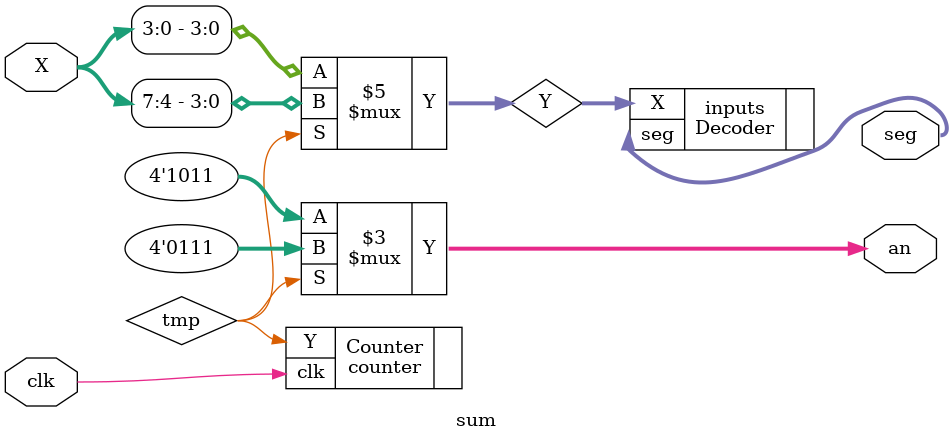
<source format=v>
`timescale 1ns / 1ps

module sum (clk, X, an, seg);
    input clk;
    input [7:0] X;
    output reg [3:0] an;
    output [7:0] seg;

   
    
reg [3:0] Y;
wire tmp;
//reg [3:0] tmp2;

counter Counter ( .Y(tmp), .clk(clk) );

always @ (X, seg)
begin

    //an = (X > 7'd15) ? 4'b0111 : 4'b1011; 
    //Y = (X > 7'd15) ? X[7:4] : X[3:0];
    
    an = (tmp == 1'b1) ? 4'b0111 : 4'b1011; 
    Y = (tmp == 1'b1) ? X[7:4] : X[3:0];
    

end

//assign an = tmp;
Decoder inputs(.X(Y), .seg(seg));
//assign an = 4'b0011;
endmodule

</source>
